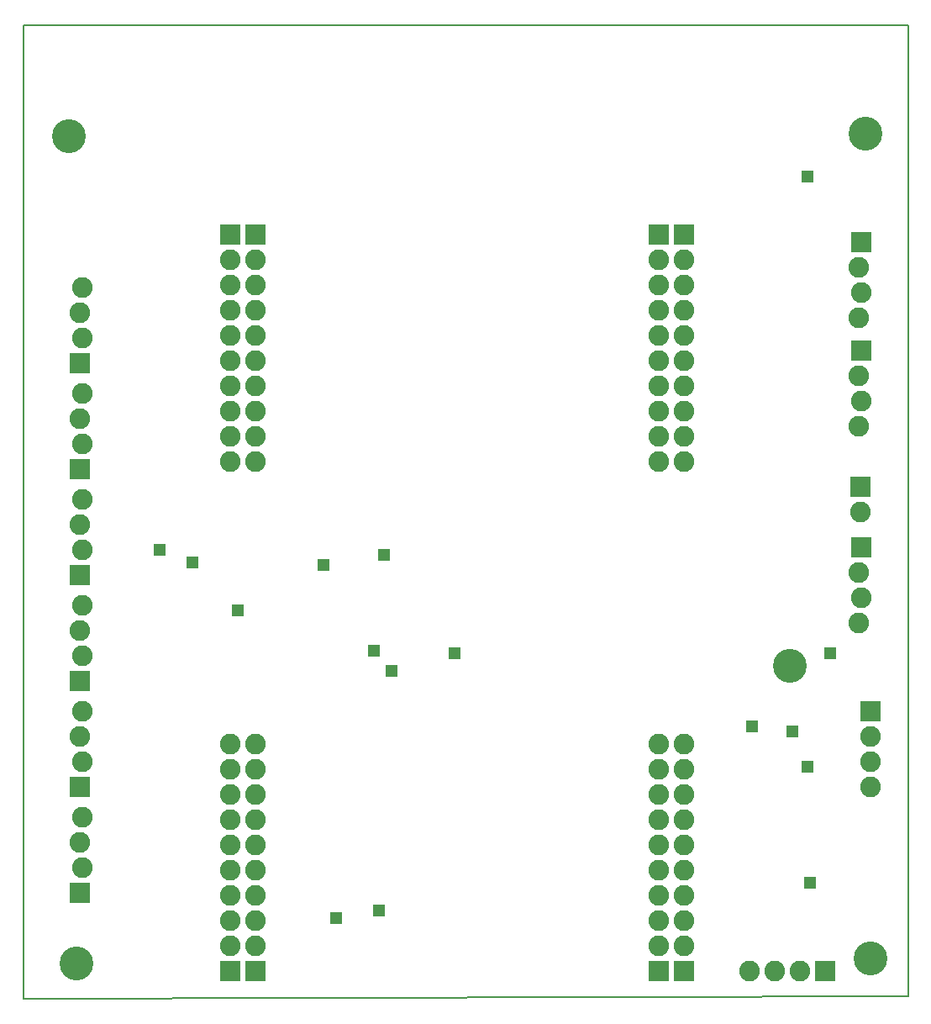
<source format=gts>
G75*
%MOIN*%
%OFA0B0*%
%FSLAX24Y24*%
%IPPOS*%
%LPD*%
%AMOC8*
5,1,8,0,0,1.08239X$1,22.5*
%
%ADD10C,0.0080*%
%ADD11C,0.0000*%
%ADD12C,0.1340*%
%ADD13R,0.0820X0.0820*%
%ADD14C,0.0820*%
%ADD15R,0.0476X0.0476*%
D10*
X000280Y001387D02*
X000280Y039987D01*
X035380Y039987D01*
X035380Y001487D01*
X000280Y001387D01*
D11*
X001750Y002787D02*
X001752Y002837D01*
X001758Y002887D01*
X001768Y002936D01*
X001782Y002984D01*
X001799Y003031D01*
X001820Y003076D01*
X001845Y003120D01*
X001873Y003161D01*
X001905Y003200D01*
X001939Y003237D01*
X001976Y003271D01*
X002016Y003301D01*
X002058Y003328D01*
X002102Y003352D01*
X002148Y003373D01*
X002195Y003389D01*
X002243Y003402D01*
X002293Y003411D01*
X002342Y003416D01*
X002393Y003417D01*
X002443Y003414D01*
X002492Y003407D01*
X002541Y003396D01*
X002589Y003381D01*
X002635Y003363D01*
X002680Y003341D01*
X002723Y003315D01*
X002764Y003286D01*
X002803Y003254D01*
X002839Y003219D01*
X002871Y003181D01*
X002901Y003141D01*
X002928Y003098D01*
X002951Y003054D01*
X002970Y003008D01*
X002986Y002960D01*
X002998Y002911D01*
X003006Y002862D01*
X003010Y002812D01*
X003010Y002762D01*
X003006Y002712D01*
X002998Y002663D01*
X002986Y002614D01*
X002970Y002566D01*
X002951Y002520D01*
X002928Y002476D01*
X002901Y002433D01*
X002871Y002393D01*
X002839Y002355D01*
X002803Y002320D01*
X002764Y002288D01*
X002723Y002259D01*
X002680Y002233D01*
X002635Y002211D01*
X002589Y002193D01*
X002541Y002178D01*
X002492Y002167D01*
X002443Y002160D01*
X002393Y002157D01*
X002342Y002158D01*
X002293Y002163D01*
X002243Y002172D01*
X002195Y002185D01*
X002148Y002201D01*
X002102Y002222D01*
X002058Y002246D01*
X002016Y002273D01*
X001976Y002303D01*
X001939Y002337D01*
X001905Y002374D01*
X001873Y002413D01*
X001845Y002454D01*
X001820Y002498D01*
X001799Y002543D01*
X001782Y002590D01*
X001768Y002638D01*
X001758Y002687D01*
X001752Y002737D01*
X001750Y002787D01*
X030050Y014587D02*
X030052Y014637D01*
X030058Y014687D01*
X030068Y014736D01*
X030082Y014784D01*
X030099Y014831D01*
X030120Y014876D01*
X030145Y014920D01*
X030173Y014961D01*
X030205Y015000D01*
X030239Y015037D01*
X030276Y015071D01*
X030316Y015101D01*
X030358Y015128D01*
X030402Y015152D01*
X030448Y015173D01*
X030495Y015189D01*
X030543Y015202D01*
X030593Y015211D01*
X030642Y015216D01*
X030693Y015217D01*
X030743Y015214D01*
X030792Y015207D01*
X030841Y015196D01*
X030889Y015181D01*
X030935Y015163D01*
X030980Y015141D01*
X031023Y015115D01*
X031064Y015086D01*
X031103Y015054D01*
X031139Y015019D01*
X031171Y014981D01*
X031201Y014941D01*
X031228Y014898D01*
X031251Y014854D01*
X031270Y014808D01*
X031286Y014760D01*
X031298Y014711D01*
X031306Y014662D01*
X031310Y014612D01*
X031310Y014562D01*
X031306Y014512D01*
X031298Y014463D01*
X031286Y014414D01*
X031270Y014366D01*
X031251Y014320D01*
X031228Y014276D01*
X031201Y014233D01*
X031171Y014193D01*
X031139Y014155D01*
X031103Y014120D01*
X031064Y014088D01*
X031023Y014059D01*
X030980Y014033D01*
X030935Y014011D01*
X030889Y013993D01*
X030841Y013978D01*
X030792Y013967D01*
X030743Y013960D01*
X030693Y013957D01*
X030642Y013958D01*
X030593Y013963D01*
X030543Y013972D01*
X030495Y013985D01*
X030448Y014001D01*
X030402Y014022D01*
X030358Y014046D01*
X030316Y014073D01*
X030276Y014103D01*
X030239Y014137D01*
X030205Y014174D01*
X030173Y014213D01*
X030145Y014254D01*
X030120Y014298D01*
X030099Y014343D01*
X030082Y014390D01*
X030068Y014438D01*
X030058Y014487D01*
X030052Y014537D01*
X030050Y014587D01*
X033250Y002987D02*
X033252Y003037D01*
X033258Y003087D01*
X033268Y003136D01*
X033282Y003184D01*
X033299Y003231D01*
X033320Y003276D01*
X033345Y003320D01*
X033373Y003361D01*
X033405Y003400D01*
X033439Y003437D01*
X033476Y003471D01*
X033516Y003501D01*
X033558Y003528D01*
X033602Y003552D01*
X033648Y003573D01*
X033695Y003589D01*
X033743Y003602D01*
X033793Y003611D01*
X033842Y003616D01*
X033893Y003617D01*
X033943Y003614D01*
X033992Y003607D01*
X034041Y003596D01*
X034089Y003581D01*
X034135Y003563D01*
X034180Y003541D01*
X034223Y003515D01*
X034264Y003486D01*
X034303Y003454D01*
X034339Y003419D01*
X034371Y003381D01*
X034401Y003341D01*
X034428Y003298D01*
X034451Y003254D01*
X034470Y003208D01*
X034486Y003160D01*
X034498Y003111D01*
X034506Y003062D01*
X034510Y003012D01*
X034510Y002962D01*
X034506Y002912D01*
X034498Y002863D01*
X034486Y002814D01*
X034470Y002766D01*
X034451Y002720D01*
X034428Y002676D01*
X034401Y002633D01*
X034371Y002593D01*
X034339Y002555D01*
X034303Y002520D01*
X034264Y002488D01*
X034223Y002459D01*
X034180Y002433D01*
X034135Y002411D01*
X034089Y002393D01*
X034041Y002378D01*
X033992Y002367D01*
X033943Y002360D01*
X033893Y002357D01*
X033842Y002358D01*
X033793Y002363D01*
X033743Y002372D01*
X033695Y002385D01*
X033648Y002401D01*
X033602Y002422D01*
X033558Y002446D01*
X033516Y002473D01*
X033476Y002503D01*
X033439Y002537D01*
X033405Y002574D01*
X033373Y002613D01*
X033345Y002654D01*
X033320Y002698D01*
X033299Y002743D01*
X033282Y002790D01*
X033268Y002838D01*
X033258Y002887D01*
X033252Y002937D01*
X033250Y002987D01*
X033050Y035687D02*
X033052Y035737D01*
X033058Y035787D01*
X033068Y035836D01*
X033082Y035884D01*
X033099Y035931D01*
X033120Y035976D01*
X033145Y036020D01*
X033173Y036061D01*
X033205Y036100D01*
X033239Y036137D01*
X033276Y036171D01*
X033316Y036201D01*
X033358Y036228D01*
X033402Y036252D01*
X033448Y036273D01*
X033495Y036289D01*
X033543Y036302D01*
X033593Y036311D01*
X033642Y036316D01*
X033693Y036317D01*
X033743Y036314D01*
X033792Y036307D01*
X033841Y036296D01*
X033889Y036281D01*
X033935Y036263D01*
X033980Y036241D01*
X034023Y036215D01*
X034064Y036186D01*
X034103Y036154D01*
X034139Y036119D01*
X034171Y036081D01*
X034201Y036041D01*
X034228Y035998D01*
X034251Y035954D01*
X034270Y035908D01*
X034286Y035860D01*
X034298Y035811D01*
X034306Y035762D01*
X034310Y035712D01*
X034310Y035662D01*
X034306Y035612D01*
X034298Y035563D01*
X034286Y035514D01*
X034270Y035466D01*
X034251Y035420D01*
X034228Y035376D01*
X034201Y035333D01*
X034171Y035293D01*
X034139Y035255D01*
X034103Y035220D01*
X034064Y035188D01*
X034023Y035159D01*
X033980Y035133D01*
X033935Y035111D01*
X033889Y035093D01*
X033841Y035078D01*
X033792Y035067D01*
X033743Y035060D01*
X033693Y035057D01*
X033642Y035058D01*
X033593Y035063D01*
X033543Y035072D01*
X033495Y035085D01*
X033448Y035101D01*
X033402Y035122D01*
X033358Y035146D01*
X033316Y035173D01*
X033276Y035203D01*
X033239Y035237D01*
X033205Y035274D01*
X033173Y035313D01*
X033145Y035354D01*
X033120Y035398D01*
X033099Y035443D01*
X033082Y035490D01*
X033068Y035538D01*
X033058Y035587D01*
X033052Y035637D01*
X033050Y035687D01*
X001450Y035587D02*
X001452Y035637D01*
X001458Y035687D01*
X001468Y035736D01*
X001482Y035784D01*
X001499Y035831D01*
X001520Y035876D01*
X001545Y035920D01*
X001573Y035961D01*
X001605Y036000D01*
X001639Y036037D01*
X001676Y036071D01*
X001716Y036101D01*
X001758Y036128D01*
X001802Y036152D01*
X001848Y036173D01*
X001895Y036189D01*
X001943Y036202D01*
X001993Y036211D01*
X002042Y036216D01*
X002093Y036217D01*
X002143Y036214D01*
X002192Y036207D01*
X002241Y036196D01*
X002289Y036181D01*
X002335Y036163D01*
X002380Y036141D01*
X002423Y036115D01*
X002464Y036086D01*
X002503Y036054D01*
X002539Y036019D01*
X002571Y035981D01*
X002601Y035941D01*
X002628Y035898D01*
X002651Y035854D01*
X002670Y035808D01*
X002686Y035760D01*
X002698Y035711D01*
X002706Y035662D01*
X002710Y035612D01*
X002710Y035562D01*
X002706Y035512D01*
X002698Y035463D01*
X002686Y035414D01*
X002670Y035366D01*
X002651Y035320D01*
X002628Y035276D01*
X002601Y035233D01*
X002571Y035193D01*
X002539Y035155D01*
X002503Y035120D01*
X002464Y035088D01*
X002423Y035059D01*
X002380Y035033D01*
X002335Y035011D01*
X002289Y034993D01*
X002241Y034978D01*
X002192Y034967D01*
X002143Y034960D01*
X002093Y034957D01*
X002042Y034958D01*
X001993Y034963D01*
X001943Y034972D01*
X001895Y034985D01*
X001848Y035001D01*
X001802Y035022D01*
X001758Y035046D01*
X001716Y035073D01*
X001676Y035103D01*
X001639Y035137D01*
X001605Y035174D01*
X001573Y035213D01*
X001545Y035254D01*
X001520Y035298D01*
X001499Y035343D01*
X001482Y035390D01*
X001468Y035438D01*
X001458Y035487D01*
X001452Y035537D01*
X001450Y035587D01*
D12*
X002080Y035587D03*
X030680Y014587D03*
X033880Y002987D03*
X033680Y035687D03*
X002380Y002787D03*
D13*
X002530Y005587D03*
X002530Y009787D03*
X002530Y013987D03*
X002530Y018187D03*
X002530Y022387D03*
X002530Y026587D03*
X008480Y031687D03*
X009480Y031687D03*
X025480Y031687D03*
X026480Y031687D03*
X033530Y031387D03*
X033530Y027087D03*
X033480Y021687D03*
X033530Y019287D03*
X033880Y012787D03*
X032080Y002487D03*
X026480Y002487D03*
X025480Y002487D03*
X009480Y002487D03*
X008480Y002487D03*
D14*
X008480Y003487D03*
X008480Y004487D03*
X008480Y005487D03*
X008480Y006487D03*
X008480Y007487D03*
X008480Y008487D03*
X008480Y009487D03*
X008480Y010487D03*
X008480Y011487D03*
X009480Y011487D03*
X009480Y010487D03*
X009480Y009487D03*
X009480Y008487D03*
X009480Y007487D03*
X009480Y006487D03*
X009480Y005487D03*
X009480Y004487D03*
X009480Y003487D03*
X002630Y006587D03*
X002530Y007587D03*
X002630Y008587D03*
X002630Y010787D03*
X002530Y011787D03*
X002630Y012787D03*
X002630Y014987D03*
X002530Y015987D03*
X002630Y016987D03*
X002630Y019187D03*
X002530Y020187D03*
X002630Y021187D03*
X002630Y023387D03*
X002530Y024387D03*
X002630Y025387D03*
X002630Y027587D03*
X002530Y028587D03*
X002630Y029587D03*
X008480Y029687D03*
X008480Y028687D03*
X009480Y028687D03*
X009480Y029687D03*
X009480Y030687D03*
X008480Y030687D03*
X008480Y027687D03*
X008480Y026687D03*
X009480Y026687D03*
X009480Y027687D03*
X009480Y025687D03*
X009480Y024687D03*
X008480Y024687D03*
X008480Y025687D03*
X008480Y023687D03*
X008480Y022687D03*
X009480Y022687D03*
X009480Y023687D03*
X025480Y023687D03*
X025480Y022687D03*
X026480Y022687D03*
X026480Y023687D03*
X026480Y024687D03*
X026480Y025687D03*
X026480Y026687D03*
X026480Y027687D03*
X026480Y028687D03*
X026480Y029687D03*
X026480Y030687D03*
X025480Y030687D03*
X025480Y029687D03*
X025480Y028687D03*
X025480Y027687D03*
X025480Y026687D03*
X025480Y025687D03*
X025480Y024687D03*
X033430Y024087D03*
X033530Y025087D03*
X033430Y026087D03*
X033430Y028387D03*
X033530Y029387D03*
X033430Y030387D03*
X033480Y020687D03*
X033430Y018287D03*
X033530Y017287D03*
X033430Y016287D03*
X033880Y011787D03*
X033880Y010787D03*
X033880Y009787D03*
X031080Y002487D03*
X030080Y002487D03*
X029080Y002487D03*
X026480Y003487D03*
X026480Y004487D03*
X026480Y005487D03*
X026480Y006487D03*
X026480Y007487D03*
X026480Y008487D03*
X026480Y009487D03*
X026480Y010487D03*
X026480Y011487D03*
X025480Y011487D03*
X025480Y010487D03*
X025480Y009487D03*
X025480Y008487D03*
X025480Y007487D03*
X025480Y006487D03*
X025480Y005487D03*
X025480Y004487D03*
X025480Y003487D03*
D15*
X031480Y005987D03*
X031380Y010587D03*
X030780Y011987D03*
X029180Y012187D03*
X032280Y015087D03*
X017380Y015087D03*
X014880Y014387D03*
X014180Y015187D03*
X012180Y018587D03*
X014580Y018987D03*
X008780Y016787D03*
X006980Y018687D03*
X005680Y019187D03*
X014380Y004887D03*
X012680Y004587D03*
X031380Y033987D03*
M02*

</source>
